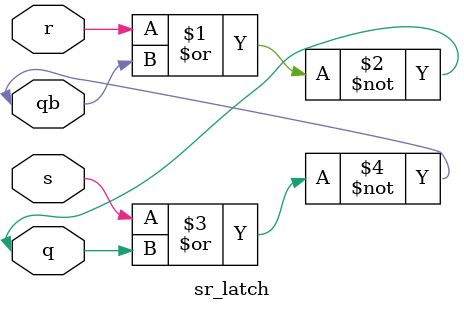
<source format=v>
module sr_latch(r,s,q,qb);
input s,r;
inout q,qb;
nor n1(q,r,qb);
nor n2(qb,s,q);
endmodule 
</source>
